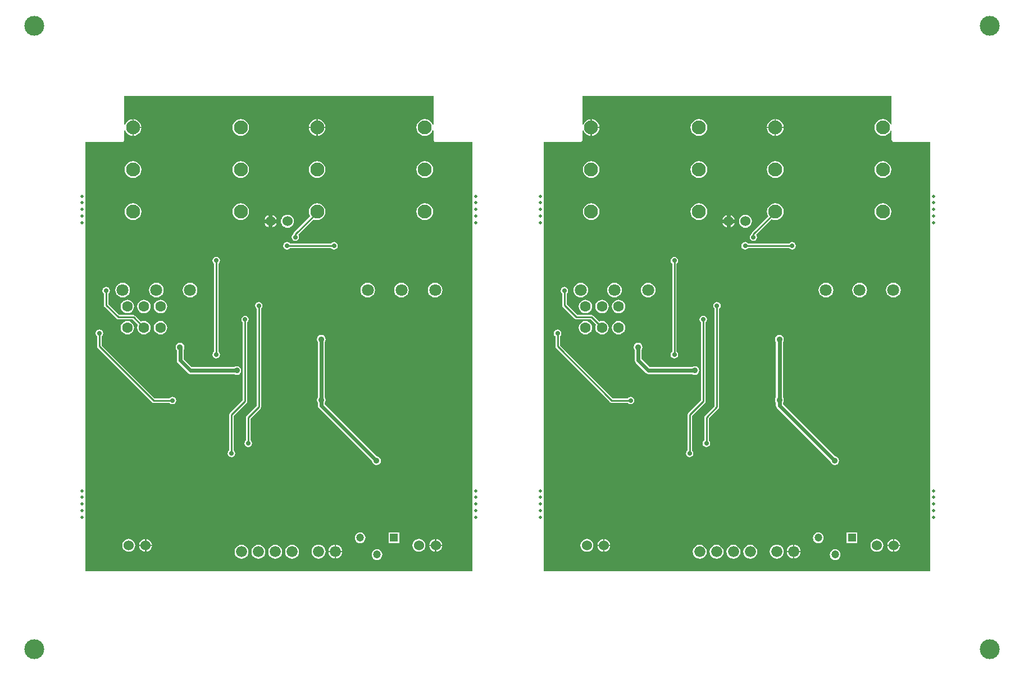
<source format=gbl>
G04*
G04 #@! TF.GenerationSoftware,Altium Limited,Altium Designer,19.1.6 (110)*
G04*
G04 Layer_Physical_Order=2*
G04 Layer_Color=16711680*
%FSLAX25Y25*%
%MOIN*%
G70*
G01*
G75*
%ADD10C,0.11811*%
%ADD31C,0.01000*%
%ADD32C,0.02400*%
%ADD33C,0.01968*%
%ADD34C,0.06000*%
%ADD35C,0.06600*%
%ADD36R,0.04724X0.04724*%
%ADD37C,0.04724*%
%ADD38C,0.07087*%
%ADD39C,0.06299*%
%ADD40C,0.08268*%
%ADD41C,0.02756*%
%ADD42C,0.03500*%
G36*
X520504Y323439D02*
X520004Y323339D01*
X519687Y324104D01*
X518896Y325135D01*
X517866Y325925D01*
X516666Y326423D01*
X515378Y326592D01*
X514089Y326423D01*
X512889Y325925D01*
X511859Y325135D01*
X511068Y324104D01*
X510570Y322904D01*
X510401Y321616D01*
X510570Y320328D01*
X511068Y319127D01*
X511859Y318097D01*
X512889Y317306D01*
X514089Y316809D01*
X515378Y316639D01*
X516666Y316809D01*
X517866Y317306D01*
X518896Y318097D01*
X519687Y319127D01*
X520004Y319892D01*
X520504Y319793D01*
Y314516D01*
X520621Y313931D01*
X520952Y313434D01*
X521448Y313103D01*
X522034Y312986D01*
X543539D01*
X543539Y58061D01*
X314098D01*
X314098Y312986D01*
X335598D01*
X336184Y313103D01*
X336680Y313434D01*
X337011Y313931D01*
X337128Y314516D01*
Y319807D01*
X337628Y319907D01*
X337951Y319127D01*
X338741Y318097D01*
X339772Y317306D01*
X340972Y316809D01*
X341861Y316692D01*
Y321616D01*
Y326540D01*
X340972Y326423D01*
X339772Y325925D01*
X338741Y325135D01*
X337951Y324104D01*
X337628Y323325D01*
X337128Y323424D01*
Y340486D01*
X520504D01*
Y323439D01*
D02*
G37*
G36*
X248634D02*
X248134Y323339D01*
X247817Y324104D01*
X247026Y325135D01*
X245996Y325925D01*
X244795Y326423D01*
X243507Y326592D01*
X242219Y326423D01*
X241019Y325925D01*
X239988Y325135D01*
X239198Y324104D01*
X238700Y322904D01*
X238531Y321616D01*
X238700Y320328D01*
X239198Y319127D01*
X239988Y318097D01*
X241019Y317306D01*
X242219Y316809D01*
X243507Y316639D01*
X244795Y316809D01*
X245996Y317306D01*
X247026Y318097D01*
X247817Y319127D01*
X248134Y319892D01*
X248634Y319793D01*
Y314516D01*
X248750Y313931D01*
X249082Y313434D01*
X249578Y313103D01*
X250164Y312986D01*
X271669D01*
X271669Y58061D01*
X42228D01*
X42228Y312986D01*
X63728D01*
X64314Y313103D01*
X64810Y313434D01*
X65141Y313931D01*
X65258Y314516D01*
Y319807D01*
X65758Y319907D01*
X66081Y319127D01*
X66871Y318097D01*
X67902Y317306D01*
X69102Y316809D01*
X69990Y316692D01*
Y321616D01*
Y326540D01*
X69102Y326423D01*
X67902Y325925D01*
X66871Y325135D01*
X66081Y324104D01*
X65758Y323325D01*
X65258Y323424D01*
Y340486D01*
X248634D01*
Y323439D01*
D02*
G37*
%LPC*%
G36*
X451880Y326540D02*
Y322016D01*
X456403D01*
X456286Y322904D01*
X455789Y324104D01*
X454998Y325135D01*
X453968Y325925D01*
X452768Y326423D01*
X451880Y326540D01*
D02*
G37*
G36*
X342660D02*
Y322016D01*
X347184D01*
X347067Y322904D01*
X346570Y324104D01*
X345779Y325135D01*
X344749Y325925D01*
X343548Y326423D01*
X342660Y326540D01*
D02*
G37*
G36*
X451080D02*
X450191Y326423D01*
X448991Y325925D01*
X447961Y325135D01*
X447170Y324104D01*
X446672Y322904D01*
X446556Y322016D01*
X451080D01*
Y326540D01*
D02*
G37*
G36*
X456403Y321216D02*
X451880D01*
Y316692D01*
X452768Y316809D01*
X453968Y317306D01*
X454998Y318097D01*
X455789Y319127D01*
X456286Y320328D01*
X456403Y321216D01*
D02*
G37*
G36*
X347184D02*
X342660D01*
Y316692D01*
X343548Y316809D01*
X344749Y317306D01*
X345779Y318097D01*
X346570Y319127D01*
X347067Y320328D01*
X347184Y321216D01*
D02*
G37*
G36*
X451080D02*
X446556D01*
X446672Y320328D01*
X447170Y319127D01*
X447961Y318097D01*
X448991Y317306D01*
X450191Y316809D01*
X451080Y316692D01*
Y321216D01*
D02*
G37*
G36*
X406158Y326592D02*
X404871Y326423D01*
X403670Y325925D01*
X402639Y325135D01*
X401849Y324104D01*
X401351Y322904D01*
X401182Y321616D01*
X401351Y320328D01*
X401849Y319127D01*
X402639Y318097D01*
X403670Y317306D01*
X404871Y316809D01*
X406158Y316639D01*
X407446Y316809D01*
X408647Y317306D01*
X409678Y318097D01*
X410468Y319127D01*
X410965Y320328D01*
X411135Y321616D01*
X410965Y322904D01*
X410468Y324104D01*
X409678Y325135D01*
X408647Y325925D01*
X407446Y326423D01*
X406158Y326592D01*
D02*
G37*
G36*
X515378Y301592D02*
X514089Y301423D01*
X512889Y300925D01*
X511859Y300135D01*
X511068Y299104D01*
X510570Y297904D01*
X510401Y296616D01*
X510570Y295328D01*
X511068Y294127D01*
X511859Y293097D01*
X512889Y292306D01*
X514089Y291809D01*
X515378Y291639D01*
X516666Y291809D01*
X517866Y292306D01*
X518896Y293097D01*
X519687Y294127D01*
X520185Y295328D01*
X520354Y296616D01*
X520185Y297904D01*
X519687Y299104D01*
X518896Y300135D01*
X517866Y300925D01*
X516666Y301423D01*
X515378Y301592D01*
D02*
G37*
G36*
X451479D02*
X450191Y301423D01*
X448991Y300925D01*
X447961Y300135D01*
X447170Y299104D01*
X446672Y297904D01*
X446503Y296616D01*
X446672Y295328D01*
X447170Y294127D01*
X447961Y293097D01*
X448991Y292306D01*
X450191Y291809D01*
X451479Y291639D01*
X452768Y291809D01*
X453968Y292306D01*
X454998Y293097D01*
X455789Y294127D01*
X456286Y295328D01*
X456456Y296616D01*
X456286Y297904D01*
X455789Y299104D01*
X454998Y300135D01*
X453968Y300925D01*
X452768Y301423D01*
X451479Y301592D01*
D02*
G37*
G36*
X406158D02*
X404871Y301423D01*
X403670Y300925D01*
X402639Y300135D01*
X401849Y299104D01*
X401351Y297904D01*
X401182Y296616D01*
X401351Y295328D01*
X401849Y294127D01*
X402639Y293097D01*
X403670Y292306D01*
X404871Y291809D01*
X406158Y291639D01*
X407446Y291809D01*
X408647Y292306D01*
X409678Y293097D01*
X410468Y294127D01*
X410965Y295328D01*
X411135Y296616D01*
X410965Y297904D01*
X410468Y299104D01*
X409678Y300135D01*
X408647Y300925D01*
X407446Y301423D01*
X406158Y301592D01*
D02*
G37*
G36*
X342261D02*
X340972Y301423D01*
X339772Y300925D01*
X338741Y300135D01*
X337951Y299104D01*
X337454Y297904D01*
X337284Y296616D01*
X337454Y295328D01*
X337951Y294127D01*
X338741Y293097D01*
X339772Y292306D01*
X340972Y291809D01*
X342261Y291639D01*
X343548Y291809D01*
X344749Y292306D01*
X345779Y293097D01*
X346570Y294127D01*
X347067Y295328D01*
X347237Y296616D01*
X347067Y297904D01*
X346570Y299104D01*
X345779Y300135D01*
X344749Y300925D01*
X343548Y301423D01*
X342261Y301592D01*
D02*
G37*
G36*
X425028Y269498D02*
Y267082D01*
X427444D01*
X427147Y267798D01*
X426538Y268592D01*
X425744Y269201D01*
X425028Y269498D01*
D02*
G37*
G36*
X422628Y269498D02*
X421912Y269201D01*
X421118Y268592D01*
X420509Y267798D01*
X420212Y267082D01*
X422628D01*
Y269498D01*
D02*
G37*
G36*
X515378Y276592D02*
X514089Y276423D01*
X512889Y275925D01*
X511859Y275135D01*
X511068Y274104D01*
X510570Y272904D01*
X510401Y271616D01*
X510570Y270328D01*
X511068Y269127D01*
X511859Y268097D01*
X512889Y267306D01*
X514089Y266809D01*
X515378Y266639D01*
X516666Y266809D01*
X517866Y267306D01*
X518896Y268097D01*
X519687Y269127D01*
X520185Y270328D01*
X520354Y271616D01*
X520185Y272904D01*
X519687Y274104D01*
X518896Y275135D01*
X517866Y275925D01*
X516666Y276423D01*
X515378Y276592D01*
D02*
G37*
G36*
X451479D02*
X450191Y276423D01*
X448991Y275925D01*
X447961Y275135D01*
X447170Y274104D01*
X446672Y272904D01*
X446503Y271616D01*
X446672Y270328D01*
X447170Y269127D01*
X447352Y268891D01*
X437603Y259142D01*
X437316Y258712D01*
X437215Y258205D01*
X436970Y258041D01*
X436489Y257321D01*
X436320Y256471D01*
X436489Y255621D01*
X436970Y254901D01*
X437690Y254419D01*
X438540Y254250D01*
X439390Y254419D01*
X440110Y254901D01*
X440592Y255621D01*
X440761Y256471D01*
X440592Y257321D01*
X440167Y257957D01*
X449362Y267152D01*
X450191Y266809D01*
X451479Y266639D01*
X452768Y266809D01*
X453968Y267306D01*
X454998Y268097D01*
X455789Y269127D01*
X456286Y270328D01*
X456456Y271616D01*
X456286Y272904D01*
X455789Y274104D01*
X454998Y275135D01*
X453968Y275925D01*
X452768Y276423D01*
X451479Y276592D01*
D02*
G37*
G36*
X406158D02*
X404871Y276423D01*
X403670Y275925D01*
X402639Y275135D01*
X401849Y274104D01*
X401351Y272904D01*
X401182Y271616D01*
X401351Y270328D01*
X401849Y269127D01*
X402639Y268097D01*
X403670Y267306D01*
X404871Y266809D01*
X406158Y266639D01*
X407446Y266809D01*
X408647Y267306D01*
X409678Y268097D01*
X410468Y269127D01*
X410965Y270328D01*
X411135Y271616D01*
X410965Y272904D01*
X410468Y274104D01*
X409678Y275135D01*
X408647Y275925D01*
X407446Y276423D01*
X406158Y276592D01*
D02*
G37*
G36*
X342261D02*
X340972Y276423D01*
X339772Y275925D01*
X338741Y275135D01*
X337951Y274104D01*
X337454Y272904D01*
X337284Y271616D01*
X337454Y270328D01*
X337951Y269127D01*
X338741Y268097D01*
X339772Y267306D01*
X340972Y266809D01*
X342261Y266639D01*
X343548Y266809D01*
X344749Y267306D01*
X345779Y268097D01*
X346570Y269127D01*
X347067Y270328D01*
X347237Y271616D01*
X347067Y272904D01*
X346570Y274104D01*
X345779Y275135D01*
X344749Y275925D01*
X343548Y276423D01*
X342261Y276592D01*
D02*
G37*
G36*
X422628Y264682D02*
X420212D01*
X420509Y263966D01*
X421118Y263172D01*
X421912Y262563D01*
X422628Y262266D01*
Y264682D01*
D02*
G37*
G36*
X427444D02*
X425028D01*
Y262266D01*
X425744Y262563D01*
X426538Y263172D01*
X427147Y263966D01*
X427444Y264682D01*
D02*
G37*
G36*
X433828Y269715D02*
X432836Y269584D01*
X431912Y269201D01*
X431118Y268592D01*
X430509Y267798D01*
X430126Y266874D01*
X429995Y265882D01*
X430126Y264890D01*
X430509Y263966D01*
X431118Y263172D01*
X431912Y262563D01*
X432836Y262180D01*
X433828Y262049D01*
X434820Y262180D01*
X435744Y262563D01*
X436538Y263172D01*
X437148Y263966D01*
X437530Y264890D01*
X437661Y265882D01*
X437530Y266874D01*
X437148Y267798D01*
X436538Y268592D01*
X435744Y269201D01*
X434820Y269584D01*
X433828Y269715D01*
D02*
G37*
G36*
X461546Y253536D02*
X460697Y253367D01*
X459976Y252885D01*
X459845Y252690D01*
X435332D01*
X435202Y252885D01*
X434481Y253367D01*
X433632Y253536D01*
X432782Y253367D01*
X432061Y252885D01*
X431580Y252165D01*
X431411Y251315D01*
X431580Y250465D01*
X432061Y249745D01*
X432782Y249263D01*
X433632Y249094D01*
X434481Y249263D01*
X435202Y249745D01*
X435398Y250039D01*
X459780D01*
X459976Y249745D01*
X460697Y249263D01*
X461546Y249094D01*
X462396Y249263D01*
X463117Y249745D01*
X463598Y250465D01*
X463767Y251315D01*
X463598Y252165D01*
X463117Y252885D01*
X462396Y253367D01*
X461546Y253536D01*
D02*
G37*
G36*
X521568Y229397D02*
X520435Y229247D01*
X519378Y228810D01*
X518471Y228114D01*
X517774Y227206D01*
X517337Y226150D01*
X517188Y225016D01*
X517337Y223882D01*
X517774Y222825D01*
X518471Y221918D01*
X519378Y221222D01*
X520435Y220784D01*
X521568Y220635D01*
X522702Y220784D01*
X523759Y221222D01*
X524666Y221918D01*
X525363Y222825D01*
X525800Y223882D01*
X525949Y225016D01*
X525800Y226150D01*
X525363Y227206D01*
X524666Y228114D01*
X523759Y228810D01*
X522702Y229247D01*
X521568Y229397D01*
D02*
G37*
G36*
X501569D02*
X500435Y229247D01*
X499378Y228810D01*
X498471Y228114D01*
X497775Y227206D01*
X497337Y226150D01*
X497188Y225016D01*
X497337Y223882D01*
X497775Y222825D01*
X498471Y221918D01*
X499378Y221222D01*
X500435Y220784D01*
X501569Y220635D01*
X502702Y220784D01*
X503759Y221222D01*
X504666Y221918D01*
X505363Y222825D01*
X505800Y223882D01*
X505949Y225016D01*
X505800Y226150D01*
X505363Y227206D01*
X504666Y228114D01*
X503759Y228810D01*
X502702Y229247D01*
X501569Y229397D01*
D02*
G37*
G36*
X481568D02*
X480435Y229247D01*
X479378Y228810D01*
X478471Y228114D01*
X477774Y227206D01*
X477337Y226150D01*
X477187Y225016D01*
X477337Y223882D01*
X477774Y222825D01*
X478471Y221918D01*
X479378Y221222D01*
X480435Y220784D01*
X481568Y220635D01*
X482702Y220784D01*
X483759Y221222D01*
X484666Y221918D01*
X485363Y222825D01*
X485800Y223882D01*
X485950Y225016D01*
X485800Y226150D01*
X485363Y227206D01*
X484666Y228114D01*
X483759Y228810D01*
X482702Y229247D01*
X481568Y229397D01*
D02*
G37*
G36*
X376068D02*
X374935Y229247D01*
X373878Y228810D01*
X372971Y228114D01*
X372274Y227206D01*
X371837Y226150D01*
X371688Y225016D01*
X371837Y223882D01*
X372274Y222825D01*
X372971Y221918D01*
X373878Y221222D01*
X374935Y220784D01*
X376068Y220635D01*
X377202Y220784D01*
X378259Y221222D01*
X379166Y221918D01*
X379863Y222825D01*
X380300Y223882D01*
X380450Y225016D01*
X380300Y226150D01*
X379863Y227206D01*
X379166Y228114D01*
X378259Y228810D01*
X377202Y229247D01*
X376068Y229397D01*
D02*
G37*
G36*
X356068D02*
X354935Y229247D01*
X353878Y228810D01*
X352971Y228114D01*
X352274Y227206D01*
X351837Y226150D01*
X351688Y225016D01*
X351837Y223882D01*
X352274Y222825D01*
X352971Y221918D01*
X353878Y221222D01*
X354935Y220784D01*
X356068Y220635D01*
X357202Y220784D01*
X358259Y221222D01*
X359166Y221918D01*
X359863Y222825D01*
X360300Y223882D01*
X360450Y225016D01*
X360300Y226150D01*
X359863Y227206D01*
X359166Y228114D01*
X358259Y228810D01*
X357202Y229247D01*
X356068Y229397D01*
D02*
G37*
G36*
X336069D02*
X334935Y229247D01*
X333878Y228810D01*
X332971Y228114D01*
X332275Y227206D01*
X331837Y226150D01*
X331687Y225016D01*
X331837Y223882D01*
X332275Y222825D01*
X332971Y221918D01*
X333878Y221222D01*
X334935Y220784D01*
X336069Y220635D01*
X337202Y220784D01*
X338259Y221222D01*
X339166Y221918D01*
X339863Y222825D01*
X340300Y223882D01*
X340450Y225016D01*
X340300Y226150D01*
X339863Y227206D01*
X339166Y228114D01*
X338259Y228810D01*
X337202Y229247D01*
X336069Y229397D01*
D02*
G37*
G36*
X358533Y219275D02*
X357502Y219139D01*
X356541Y218741D01*
X355716Y218108D01*
X355083Y217283D01*
X354685Y216322D01*
X354550Y215291D01*
X354685Y214260D01*
X355083Y213300D01*
X355716Y212474D01*
X356541Y211842D01*
X357502Y211443D01*
X358533Y211308D01*
X359564Y211443D01*
X360525Y211842D01*
X361350Y212474D01*
X361983Y213300D01*
X362381Y214260D01*
X362517Y215291D01*
X362381Y216322D01*
X361983Y217283D01*
X361350Y218108D01*
X360525Y218741D01*
X359564Y219139D01*
X358533Y219275D01*
D02*
G37*
G36*
X348691D02*
X347660Y219139D01*
X346699Y218741D01*
X345874Y218108D01*
X345241Y217283D01*
X344843Y216322D01*
X344707Y215291D01*
X344843Y214260D01*
X345241Y213300D01*
X345874Y212474D01*
X346699Y211842D01*
X347660Y211443D01*
X348691Y211308D01*
X349722Y211443D01*
X350682Y211842D01*
X351507Y212474D01*
X352140Y213300D01*
X352538Y214260D01*
X352674Y215291D01*
X352538Y216322D01*
X352140Y217283D01*
X351507Y218108D01*
X350682Y218741D01*
X349722Y219139D01*
X348691Y219275D01*
D02*
G37*
G36*
X338848D02*
X337817Y219139D01*
X336856Y218741D01*
X336031Y218108D01*
X335398Y217283D01*
X335000Y216322D01*
X334864Y215291D01*
X335000Y214260D01*
X335398Y213300D01*
X336031Y212474D01*
X336856Y211842D01*
X337817Y211443D01*
X338848Y211308D01*
X339879Y211443D01*
X340840Y211842D01*
X341665Y212474D01*
X342298Y213300D01*
X342696Y214260D01*
X342832Y215291D01*
X342696Y216322D01*
X342298Y217283D01*
X341665Y218108D01*
X340840Y218741D01*
X339879Y219139D01*
X338848Y219275D01*
D02*
G37*
G36*
X358533Y206677D02*
X357502Y206541D01*
X356541Y206143D01*
X355716Y205510D01*
X355083Y204685D01*
X354685Y203724D01*
X354550Y202693D01*
X354685Y201662D01*
X355083Y200701D01*
X355716Y199876D01*
X356541Y199243D01*
X357502Y198845D01*
X358533Y198709D01*
X359564Y198845D01*
X360525Y199243D01*
X361350Y199876D01*
X361983Y200701D01*
X362381Y201662D01*
X362517Y202693D01*
X362381Y203724D01*
X361983Y204685D01*
X361350Y205510D01*
X360525Y206143D01*
X359564Y206541D01*
X358533Y206677D01*
D02*
G37*
G36*
X326348Y226862D02*
X325498Y226693D01*
X324778Y226212D01*
X324296Y225491D01*
X324127Y224642D01*
X324296Y223792D01*
X324778Y223072D01*
X325022Y222908D01*
Y216018D01*
X325123Y215511D01*
X325411Y215081D01*
X332535Y207957D01*
X332965Y207669D01*
X333472Y207568D01*
X341941D01*
X345119Y204390D01*
X344843Y203724D01*
X344707Y202693D01*
X344843Y201662D01*
X345241Y200701D01*
X345874Y199876D01*
X346699Y199243D01*
X347660Y198845D01*
X348691Y198709D01*
X349722Y198845D01*
X350682Y199243D01*
X351507Y199876D01*
X352140Y200701D01*
X352538Y201662D01*
X352674Y202693D01*
X352538Y203724D01*
X352140Y204685D01*
X351507Y205510D01*
X350682Y206143D01*
X349722Y206541D01*
X348691Y206677D01*
X347660Y206541D01*
X346993Y206265D01*
X343427Y209831D01*
X342997Y210118D01*
X342490Y210219D01*
X334021D01*
X327673Y216567D01*
Y222908D01*
X327918Y223072D01*
X328399Y223792D01*
X328569Y224642D01*
X328399Y225491D01*
X327918Y226212D01*
X327198Y226693D01*
X326348Y226862D01*
D02*
G37*
G36*
X338848Y206677D02*
X337817Y206541D01*
X336856Y206143D01*
X336031Y205510D01*
X335398Y204685D01*
X335000Y203724D01*
X334864Y202693D01*
X335000Y201662D01*
X335398Y200701D01*
X336031Y199876D01*
X336856Y199243D01*
X337817Y198845D01*
X338848Y198709D01*
X339879Y198845D01*
X340840Y199243D01*
X341665Y199876D01*
X342298Y200701D01*
X342696Y201662D01*
X342832Y202693D01*
X342696Y203724D01*
X342298Y204685D01*
X341665Y205510D01*
X340840Y206143D01*
X339879Y206541D01*
X338848Y206677D01*
D02*
G37*
G36*
X391604Y244776D02*
X390754Y244607D01*
X390034Y244125D01*
X389552Y243405D01*
X389383Y242555D01*
X389552Y241705D01*
X390034Y240985D01*
X390278Y240821D01*
Y188383D01*
X390034Y188220D01*
X389552Y187499D01*
X389383Y186650D01*
X389552Y185800D01*
X390034Y185079D01*
X390754Y184598D01*
X391604Y184429D01*
X392454Y184598D01*
X393174Y185079D01*
X393655Y185800D01*
X393824Y186650D01*
X393655Y187499D01*
X393174Y188220D01*
X392929Y188383D01*
Y240821D01*
X393174Y240985D01*
X393655Y241705D01*
X393824Y242555D01*
X393655Y243405D01*
X393174Y244125D01*
X392454Y244607D01*
X391604Y244776D01*
D02*
G37*
G36*
X370104Y193777D02*
X369109Y193579D01*
X368265Y193016D01*
X367702Y192172D01*
X367504Y191177D01*
X367702Y190182D01*
X368163Y189492D01*
Y183248D01*
X368318Y182468D01*
X368760Y181806D01*
X374808Y175759D01*
X375469Y175317D01*
X376250Y175162D01*
X402318D01*
X402861Y174799D01*
X403856Y174601D01*
X404851Y174799D01*
X405694Y175362D01*
X406258Y176206D01*
X406456Y177201D01*
X406258Y178196D01*
X405694Y179039D01*
X404851Y179603D01*
X403856Y179801D01*
X402861Y179603D01*
X402318Y179240D01*
X377094D01*
X372241Y184093D01*
Y189787D01*
X372506Y190182D01*
X372704Y191177D01*
X372506Y192172D01*
X371942Y193016D01*
X371099Y193579D01*
X370104Y193777D01*
D02*
G37*
G36*
X322312Y201567D02*
X321463Y201398D01*
X320742Y200917D01*
X320261Y200196D01*
X320092Y199346D01*
X320261Y198497D01*
X320742Y197776D01*
X320987Y197613D01*
Y191629D01*
X321088Y191121D01*
X321375Y190691D01*
X353590Y158476D01*
X354020Y158189D01*
X354528Y158088D01*
X363953D01*
X364117Y157843D01*
X364837Y157362D01*
X365687Y157193D01*
X366537Y157362D01*
X367257Y157843D01*
X367739Y158564D01*
X367908Y159413D01*
X367739Y160263D01*
X367257Y160984D01*
X366537Y161465D01*
X365687Y161634D01*
X364837Y161465D01*
X364117Y160984D01*
X363953Y160739D01*
X355077D01*
X323638Y192178D01*
Y197613D01*
X323883Y197776D01*
X324364Y198497D01*
X324533Y199346D01*
X324364Y200196D01*
X323883Y200917D01*
X323162Y201398D01*
X322312Y201567D01*
D02*
G37*
G36*
X416899Y218004D02*
X416049Y217835D01*
X415329Y217354D01*
X414847Y216633D01*
X414678Y215784D01*
X414847Y214934D01*
X415329Y214213D01*
X415574Y214050D01*
Y156114D01*
X409701Y150241D01*
X409413Y149811D01*
X409312Y149304D01*
Y135726D01*
X409068Y135562D01*
X408586Y134842D01*
X408417Y133992D01*
X408586Y133142D01*
X409068Y132422D01*
X409788Y131941D01*
X410638Y131772D01*
X411488Y131941D01*
X412208Y132422D01*
X412689Y133142D01*
X412858Y133992D01*
X412689Y134842D01*
X412208Y135562D01*
X411963Y135726D01*
Y148755D01*
X417836Y154628D01*
X418124Y155058D01*
X418224Y155565D01*
Y214050D01*
X418469Y214213D01*
X418951Y214934D01*
X419120Y215784D01*
X418951Y216633D01*
X418469Y217354D01*
X417749Y217835D01*
X416899Y218004D01*
D02*
G37*
G36*
X408730Y209835D02*
X407880Y209666D01*
X407160Y209184D01*
X406678Y208464D01*
X406509Y207614D01*
X406678Y206764D01*
X407160Y206044D01*
X407404Y205880D01*
Y159529D01*
X399722Y151846D01*
X399434Y151416D01*
X399333Y150909D01*
Y129722D01*
X399089Y129558D01*
X398607Y128838D01*
X398438Y127988D01*
X398607Y127138D01*
X399089Y126418D01*
X399809Y125937D01*
X400659Y125768D01*
X401509Y125937D01*
X402229Y126418D01*
X402710Y127138D01*
X402879Y127988D01*
X402710Y128838D01*
X402229Y129558D01*
X401984Y129722D01*
Y150360D01*
X409667Y158042D01*
X409954Y158472D01*
X410055Y158979D01*
Y205880D01*
X410300Y206044D01*
X410781Y206764D01*
X410950Y207614D01*
X410781Y208464D01*
X410300Y209184D01*
X409580Y209666D01*
X408730Y209835D01*
D02*
G37*
G36*
X453968Y198403D02*
X452973Y198205D01*
X452129Y197642D01*
X451566Y196798D01*
X451368Y195803D01*
X451566Y194808D01*
X451929Y194265D01*
Y161219D01*
X451566Y160676D01*
X451368Y159681D01*
X451566Y158686D01*
X451929Y158143D01*
Y156359D01*
X452084Y155578D01*
X452526Y154917D01*
X484279Y123164D01*
X484379Y122662D01*
X484942Y121819D01*
X485786Y121255D01*
X486781Y121057D01*
X487776Y121255D01*
X488619Y121819D01*
X489183Y122662D01*
X489381Y123658D01*
X489183Y124652D01*
X488619Y125496D01*
X487776Y126059D01*
X486996Y126215D01*
X456007Y157203D01*
Y158143D01*
X456370Y158686D01*
X456568Y159681D01*
X456370Y160676D01*
X456007Y161219D01*
Y194265D01*
X456370Y194808D01*
X456568Y195803D01*
X456370Y196798D01*
X455806Y197642D01*
X454963Y198205D01*
X453968Y198403D01*
D02*
G37*
G36*
X500179Y81052D02*
X493855D01*
Y74728D01*
X500179D01*
Y81052D01*
D02*
G37*
G36*
X477017Y81079D02*
X476192Y80970D01*
X475423Y80652D01*
X474762Y80145D01*
X474255Y79484D01*
X473937Y78715D01*
X473828Y77890D01*
X473937Y77064D01*
X474255Y76295D01*
X474762Y75635D01*
X475423Y75128D01*
X476192Y74809D01*
X477017Y74700D01*
X477843Y74809D01*
X478612Y75128D01*
X479273Y75635D01*
X479779Y76295D01*
X480098Y77064D01*
X480207Y77890D01*
X480098Y78715D01*
X479779Y79484D01*
X479273Y80145D01*
X478612Y80652D01*
X477843Y80970D01*
X477017Y81079D01*
D02*
G37*
G36*
X350161Y77142D02*
Y73762D01*
X353541D01*
X353463Y74354D01*
X353080Y75279D01*
X352471Y76072D01*
X351677Y76682D01*
X350753Y77064D01*
X350161Y77142D01*
D02*
G37*
G36*
X349361D02*
X348769Y77064D01*
X347844Y76682D01*
X347050Y76072D01*
X346441Y75279D01*
X346059Y74354D01*
X345981Y73762D01*
X349361D01*
Y77142D01*
D02*
G37*
G36*
X522247Y77142D02*
Y73762D01*
X525627D01*
X525549Y74354D01*
X525166Y75279D01*
X524557Y76072D01*
X523764Y76682D01*
X522839Y77064D01*
X522247Y77142D01*
D02*
G37*
G36*
X521447D02*
X520855Y77064D01*
X519931Y76682D01*
X519137Y76072D01*
X518528Y75279D01*
X518145Y74354D01*
X518067Y73762D01*
X521447D01*
Y77142D01*
D02*
G37*
G36*
X462753Y73705D02*
Y70022D01*
X466436D01*
X466348Y70692D01*
X465935Y71690D01*
X465278Y72546D01*
X464421Y73203D01*
X463424Y73616D01*
X462753Y73705D01*
D02*
G37*
G36*
X461953D02*
X461283Y73616D01*
X460286Y73203D01*
X459429Y72546D01*
X458772Y71690D01*
X458359Y70692D01*
X458271Y70022D01*
X461953D01*
Y73705D01*
D02*
G37*
G36*
X353541Y72962D02*
X350161D01*
Y69582D01*
X350753Y69660D01*
X351677Y70043D01*
X352471Y70652D01*
X353080Y71446D01*
X353463Y72370D01*
X353541Y72962D01*
D02*
G37*
G36*
X349361D02*
X345981D01*
X346059Y72370D01*
X346441Y71446D01*
X347050Y70652D01*
X347844Y70043D01*
X348769Y69660D01*
X349361Y69582D01*
Y72962D01*
D02*
G37*
G36*
X525627Y72962D02*
X522247D01*
Y69582D01*
X522839Y69660D01*
X523764Y70043D01*
X524557Y70652D01*
X525166Y71446D01*
X525549Y72370D01*
X525627Y72962D01*
D02*
G37*
G36*
X521447D02*
X518067D01*
X518145Y72370D01*
X518528Y71446D01*
X519137Y70652D01*
X519931Y70043D01*
X520855Y69660D01*
X521447Y69582D01*
Y72962D01*
D02*
G37*
G36*
X339761Y77195D02*
X338769Y77064D01*
X337844Y76682D01*
X337051Y76072D01*
X336441Y75279D01*
X336058Y74354D01*
X335928Y73362D01*
X336058Y72370D01*
X336441Y71446D01*
X337051Y70652D01*
X337844Y70043D01*
X338769Y69660D01*
X339761Y69529D01*
X340753Y69660D01*
X341677Y70043D01*
X342471Y70652D01*
X343080Y71446D01*
X343463Y72370D01*
X343594Y73362D01*
X343463Y74354D01*
X343080Y75279D01*
X342471Y76072D01*
X341677Y76682D01*
X340753Y77064D01*
X339761Y77195D01*
D02*
G37*
G36*
X511847Y77195D02*
X510855Y77064D01*
X509931Y76682D01*
X509137Y76072D01*
X508528Y75279D01*
X508145Y74354D01*
X508014Y73362D01*
X508145Y72370D01*
X508528Y71446D01*
X509137Y70652D01*
X509931Y70043D01*
X510855Y69660D01*
X511847Y69529D01*
X512839Y69660D01*
X513764Y70043D01*
X514557Y70652D01*
X515166Y71446D01*
X515549Y72370D01*
X515680Y73362D01*
X515549Y74354D01*
X515166Y75279D01*
X514557Y76072D01*
X513764Y76682D01*
X512839Y77064D01*
X511847Y77195D01*
D02*
G37*
G36*
X466436Y69222D02*
X462753D01*
Y65539D01*
X463424Y65628D01*
X464421Y66041D01*
X465278Y66698D01*
X465935Y67554D01*
X466348Y68552D01*
X466436Y69222D01*
D02*
G37*
G36*
X461953D02*
X458271D01*
X458359Y68552D01*
X458772Y67554D01*
X459429Y66698D01*
X460286Y66041D01*
X461283Y65628D01*
X461953Y65539D01*
Y69222D01*
D02*
G37*
G36*
X452353Y73757D02*
X451283Y73616D01*
X450286Y73203D01*
X449429Y72546D01*
X448772Y71690D01*
X448359Y70692D01*
X448218Y69622D01*
X448359Y68552D01*
X448772Y67554D01*
X449429Y66698D01*
X450286Y66041D01*
X451283Y65628D01*
X452353Y65487D01*
X453424Y65628D01*
X454421Y66041D01*
X455278Y66698D01*
X455935Y67554D01*
X456348Y68552D01*
X456489Y69622D01*
X456348Y70692D01*
X455935Y71690D01*
X455278Y72546D01*
X454421Y73203D01*
X453424Y73616D01*
X452353Y73757D01*
D02*
G37*
G36*
X436643Y73717D02*
X435573Y73576D01*
X434576Y73163D01*
X433719Y72506D01*
X433062Y71650D01*
X432649Y70652D01*
X432508Y69582D01*
X432649Y68512D01*
X433062Y67514D01*
X433719Y66658D01*
X434576Y66001D01*
X435573Y65588D01*
X436643Y65447D01*
X437714Y65588D01*
X438711Y66001D01*
X439568Y66658D01*
X440225Y67514D01*
X440638Y68512D01*
X440779Y69582D01*
X440638Y70652D01*
X440225Y71650D01*
X439568Y72506D01*
X438711Y73163D01*
X437714Y73576D01*
X436643Y73717D01*
D02*
G37*
G36*
X426643D02*
X425573Y73576D01*
X424576Y73163D01*
X423719Y72506D01*
X423062Y71650D01*
X422649Y70652D01*
X422508Y69582D01*
X422649Y68512D01*
X423062Y67514D01*
X423719Y66658D01*
X424576Y66001D01*
X425573Y65588D01*
X426643Y65447D01*
X427714Y65588D01*
X428711Y66001D01*
X429567Y66658D01*
X430225Y67514D01*
X430638Y68512D01*
X430779Y69582D01*
X430638Y70652D01*
X430225Y71650D01*
X429567Y72506D01*
X428711Y73163D01*
X427714Y73576D01*
X426643Y73717D01*
D02*
G37*
G36*
X416643D02*
X415573Y73576D01*
X414576Y73163D01*
X413719Y72506D01*
X413062Y71650D01*
X412649Y70652D01*
X412508Y69582D01*
X412649Y68512D01*
X413062Y67514D01*
X413719Y66658D01*
X414576Y66001D01*
X415573Y65588D01*
X416643Y65447D01*
X417714Y65588D01*
X418711Y66001D01*
X419567Y66658D01*
X420225Y67514D01*
X420638Y68512D01*
X420779Y69582D01*
X420638Y70652D01*
X420225Y71650D01*
X419567Y72506D01*
X418711Y73163D01*
X417714Y73576D01*
X416643Y73717D01*
D02*
G37*
G36*
X406643D02*
X405573Y73576D01*
X404576Y73163D01*
X403719Y72506D01*
X403062Y71650D01*
X402649Y70652D01*
X402508Y69582D01*
X402649Y68512D01*
X403062Y67514D01*
X403719Y66658D01*
X404576Y66001D01*
X405573Y65588D01*
X406643Y65447D01*
X407714Y65588D01*
X408711Y66001D01*
X409567Y66658D01*
X410225Y67514D01*
X410638Y68512D01*
X410779Y69582D01*
X410638Y70652D01*
X410225Y71650D01*
X409567Y72506D01*
X408711Y73163D01*
X407714Y73576D01*
X406643Y73717D01*
D02*
G37*
G36*
X487017Y71079D02*
X486192Y70970D01*
X485423Y70652D01*
X484762Y70145D01*
X484255Y69484D01*
X483937Y68715D01*
X483828Y67890D01*
X483937Y67064D01*
X484255Y66295D01*
X484762Y65635D01*
X485423Y65128D01*
X486192Y64809D01*
X487017Y64701D01*
X487843Y64809D01*
X488612Y65128D01*
X489273Y65635D01*
X489779Y66295D01*
X490098Y67064D01*
X490207Y67890D01*
X490098Y68715D01*
X489779Y69484D01*
X489273Y70145D01*
X488612Y70652D01*
X487843Y70970D01*
X487017Y71079D01*
D02*
G37*
G36*
X180009Y326540D02*
Y322016D01*
X184533D01*
X184416Y322904D01*
X183919Y324104D01*
X183128Y325135D01*
X182098Y325925D01*
X180897Y326423D01*
X180009Y326540D01*
D02*
G37*
G36*
X70790D02*
Y322016D01*
X75314D01*
X75197Y322904D01*
X74700Y324104D01*
X73909Y325135D01*
X72879Y325925D01*
X71678Y326423D01*
X70790Y326540D01*
D02*
G37*
G36*
X179209D02*
X178321Y326423D01*
X177121Y325925D01*
X176090Y325135D01*
X175300Y324104D01*
X174802Y322904D01*
X174686Y322016D01*
X179209D01*
Y326540D01*
D02*
G37*
G36*
X184533Y321216D02*
X180009D01*
Y316692D01*
X180897Y316809D01*
X182098Y317306D01*
X183128Y318097D01*
X183919Y319127D01*
X184416Y320328D01*
X184533Y321216D01*
D02*
G37*
G36*
X75314D02*
X70790D01*
Y316692D01*
X71678Y316809D01*
X72879Y317306D01*
X73909Y318097D01*
X74700Y319127D01*
X75197Y320328D01*
X75314Y321216D01*
D02*
G37*
G36*
X179209D02*
X174686D01*
X174802Y320328D01*
X175300Y319127D01*
X176090Y318097D01*
X177121Y317306D01*
X178321Y316809D01*
X179209Y316692D01*
Y321216D01*
D02*
G37*
G36*
X134288Y326592D02*
X133000Y326423D01*
X131800Y325925D01*
X130769Y325135D01*
X129979Y324104D01*
X129481Y322904D01*
X129312Y321616D01*
X129481Y320328D01*
X129979Y319127D01*
X130769Y318097D01*
X131800Y317306D01*
X133000Y316809D01*
X134288Y316639D01*
X135576Y316809D01*
X136777Y317306D01*
X137807Y318097D01*
X138598Y319127D01*
X139095Y320328D01*
X139265Y321616D01*
X139095Y322904D01*
X138598Y324104D01*
X137807Y325135D01*
X136777Y325925D01*
X135576Y326423D01*
X134288Y326592D01*
D02*
G37*
G36*
X243507Y301592D02*
X242219Y301423D01*
X241019Y300925D01*
X239988Y300135D01*
X239198Y299104D01*
X238700Y297904D01*
X238531Y296616D01*
X238700Y295328D01*
X239198Y294127D01*
X239988Y293097D01*
X241019Y292306D01*
X242219Y291809D01*
X243507Y291639D01*
X244795Y291809D01*
X245996Y292306D01*
X247026Y293097D01*
X247817Y294127D01*
X248314Y295328D01*
X248484Y296616D01*
X248314Y297904D01*
X247817Y299104D01*
X247026Y300135D01*
X245996Y300925D01*
X244795Y301423D01*
X243507Y301592D01*
D02*
G37*
G36*
X179609D02*
X178321Y301423D01*
X177121Y300925D01*
X176090Y300135D01*
X175300Y299104D01*
X174802Y297904D01*
X174633Y296616D01*
X174802Y295328D01*
X175300Y294127D01*
X176090Y293097D01*
X177121Y292306D01*
X178321Y291809D01*
X179609Y291639D01*
X180897Y291809D01*
X182098Y292306D01*
X183128Y293097D01*
X183919Y294127D01*
X184416Y295328D01*
X184586Y296616D01*
X184416Y297904D01*
X183919Y299104D01*
X183128Y300135D01*
X182098Y300925D01*
X180897Y301423D01*
X179609Y301592D01*
D02*
G37*
G36*
X134288D02*
X133000Y301423D01*
X131800Y300925D01*
X130769Y300135D01*
X129979Y299104D01*
X129481Y297904D01*
X129312Y296616D01*
X129481Y295328D01*
X129979Y294127D01*
X130769Y293097D01*
X131800Y292306D01*
X133000Y291809D01*
X134288Y291639D01*
X135576Y291809D01*
X136777Y292306D01*
X137807Y293097D01*
X138598Y294127D01*
X139095Y295328D01*
X139265Y296616D01*
X139095Y297904D01*
X138598Y299104D01*
X137807Y300135D01*
X136777Y300925D01*
X135576Y301423D01*
X134288Y301592D01*
D02*
G37*
G36*
X70390D02*
X69102Y301423D01*
X67902Y300925D01*
X66871Y300135D01*
X66081Y299104D01*
X65583Y297904D01*
X65414Y296616D01*
X65583Y295328D01*
X66081Y294127D01*
X66871Y293097D01*
X67902Y292306D01*
X69102Y291809D01*
X70390Y291639D01*
X71678Y291809D01*
X72879Y292306D01*
X73909Y293097D01*
X74700Y294127D01*
X75197Y295328D01*
X75367Y296616D01*
X75197Y297904D01*
X74700Y299104D01*
X73909Y300135D01*
X72879Y300925D01*
X71678Y301423D01*
X70390Y301592D01*
D02*
G37*
G36*
X153158Y269498D02*
Y267082D01*
X155574D01*
X155277Y267798D01*
X154668Y268592D01*
X153875Y269201D01*
X153158Y269498D01*
D02*
G37*
G36*
X150758Y269498D02*
X150042Y269201D01*
X149248Y268592D01*
X148639Y267798D01*
X148342Y267082D01*
X150758D01*
Y269498D01*
D02*
G37*
G36*
X243507Y276592D02*
X242219Y276423D01*
X241019Y275925D01*
X239988Y275135D01*
X239198Y274104D01*
X238700Y272904D01*
X238531Y271616D01*
X238700Y270328D01*
X239198Y269127D01*
X239988Y268097D01*
X241019Y267306D01*
X242219Y266809D01*
X243507Y266639D01*
X244795Y266809D01*
X245996Y267306D01*
X247026Y268097D01*
X247817Y269127D01*
X248314Y270328D01*
X248484Y271616D01*
X248314Y272904D01*
X247817Y274104D01*
X247026Y275135D01*
X245996Y275925D01*
X244795Y276423D01*
X243507Y276592D01*
D02*
G37*
G36*
X179609D02*
X178321Y276423D01*
X177121Y275925D01*
X176090Y275135D01*
X175300Y274104D01*
X174802Y272904D01*
X174633Y271616D01*
X174802Y270328D01*
X175300Y269127D01*
X175481Y268891D01*
X165733Y259142D01*
X165445Y258712D01*
X165345Y258205D01*
X165100Y258041D01*
X164619Y257321D01*
X164450Y256471D01*
X164619Y255621D01*
X165100Y254901D01*
X165820Y254419D01*
X166670Y254250D01*
X167520Y254419D01*
X168240Y254901D01*
X168722Y255621D01*
X168891Y256471D01*
X168722Y257321D01*
X168297Y257957D01*
X177492Y267152D01*
X178321Y266809D01*
X179609Y266639D01*
X180897Y266809D01*
X182098Y267306D01*
X183128Y268097D01*
X183919Y269127D01*
X184416Y270328D01*
X184586Y271616D01*
X184416Y272904D01*
X183919Y274104D01*
X183128Y275135D01*
X182098Y275925D01*
X180897Y276423D01*
X179609Y276592D01*
D02*
G37*
G36*
X134288D02*
X133000Y276423D01*
X131800Y275925D01*
X130769Y275135D01*
X129979Y274104D01*
X129481Y272904D01*
X129312Y271616D01*
X129481Y270328D01*
X129979Y269127D01*
X130769Y268097D01*
X131800Y267306D01*
X133000Y266809D01*
X134288Y266639D01*
X135576Y266809D01*
X136777Y267306D01*
X137807Y268097D01*
X138598Y269127D01*
X139095Y270328D01*
X139265Y271616D01*
X139095Y272904D01*
X138598Y274104D01*
X137807Y275135D01*
X136777Y275925D01*
X135576Y276423D01*
X134288Y276592D01*
D02*
G37*
G36*
X70390D02*
X69102Y276423D01*
X67902Y275925D01*
X66871Y275135D01*
X66081Y274104D01*
X65583Y272904D01*
X65414Y271616D01*
X65583Y270328D01*
X66081Y269127D01*
X66871Y268097D01*
X67902Y267306D01*
X69102Y266809D01*
X70390Y266639D01*
X71678Y266809D01*
X72879Y267306D01*
X73909Y268097D01*
X74700Y269127D01*
X75197Y270328D01*
X75367Y271616D01*
X75197Y272904D01*
X74700Y274104D01*
X73909Y275135D01*
X72879Y275925D01*
X71678Y276423D01*
X70390Y276592D01*
D02*
G37*
G36*
X150758Y264682D02*
X148342D01*
X148639Y263966D01*
X149248Y263172D01*
X150042Y262563D01*
X150758Y262266D01*
Y264682D01*
D02*
G37*
G36*
X155574D02*
X153158D01*
Y262266D01*
X153875Y262563D01*
X154668Y263172D01*
X155277Y263966D01*
X155574Y264682D01*
D02*
G37*
G36*
X161958Y269715D02*
X160966Y269584D01*
X160042Y269201D01*
X159248Y268592D01*
X158639Y267798D01*
X158256Y266874D01*
X158125Y265882D01*
X158256Y264890D01*
X158639Y263966D01*
X159248Y263172D01*
X160042Y262563D01*
X160966Y262180D01*
X161958Y262049D01*
X162950Y262180D01*
X163874Y262563D01*
X164668Y263172D01*
X165277Y263966D01*
X165660Y264890D01*
X165791Y265882D01*
X165660Y266874D01*
X165277Y267798D01*
X164668Y268592D01*
X163874Y269201D01*
X162950Y269584D01*
X161958Y269715D01*
D02*
G37*
G36*
X189676Y253536D02*
X188827Y253367D01*
X188106Y252885D01*
X187975Y252690D01*
X163462D01*
X163332Y252885D01*
X162611Y253367D01*
X161761Y253536D01*
X160912Y253367D01*
X160191Y252885D01*
X159710Y252165D01*
X159541Y251315D01*
X159710Y250465D01*
X160191Y249745D01*
X160912Y249263D01*
X161761Y249094D01*
X162611Y249263D01*
X163332Y249745D01*
X163528Y250039D01*
X187910D01*
X188106Y249745D01*
X188827Y249263D01*
X189676Y249094D01*
X190526Y249263D01*
X191246Y249745D01*
X191728Y250465D01*
X191897Y251315D01*
X191728Y252165D01*
X191246Y252885D01*
X190526Y253367D01*
X189676Y253536D01*
D02*
G37*
G36*
X249698Y229397D02*
X248565Y229247D01*
X247508Y228810D01*
X246601Y228114D01*
X245904Y227206D01*
X245467Y226150D01*
X245317Y225016D01*
X245467Y223882D01*
X245904Y222825D01*
X246601Y221918D01*
X247508Y221222D01*
X248565Y220784D01*
X249698Y220635D01*
X250832Y220784D01*
X251889Y221222D01*
X252796Y221918D01*
X253492Y222825D01*
X253930Y223882D01*
X254079Y225016D01*
X253930Y226150D01*
X253492Y227206D01*
X252796Y228114D01*
X251889Y228810D01*
X250832Y229247D01*
X249698Y229397D01*
D02*
G37*
G36*
X229698D02*
X228565Y229247D01*
X227508Y228810D01*
X226601Y228114D01*
X225904Y227206D01*
X225467Y226150D01*
X225317Y225016D01*
X225467Y223882D01*
X225904Y222825D01*
X226601Y221918D01*
X227508Y221222D01*
X228565Y220784D01*
X229698Y220635D01*
X230832Y220784D01*
X231889Y221222D01*
X232796Y221918D01*
X233492Y222825D01*
X233930Y223882D01*
X234079Y225016D01*
X233930Y226150D01*
X233492Y227206D01*
X232796Y228114D01*
X231889Y228810D01*
X230832Y229247D01*
X229698Y229397D01*
D02*
G37*
G36*
X209698D02*
X208564Y229247D01*
X207508Y228810D01*
X206601Y228114D01*
X205904Y227206D01*
X205467Y226150D01*
X205317Y225016D01*
X205467Y223882D01*
X205904Y222825D01*
X206601Y221918D01*
X207508Y221222D01*
X208564Y220784D01*
X209698Y220635D01*
X210832Y220784D01*
X211889Y221222D01*
X212796Y221918D01*
X213492Y222825D01*
X213930Y223882D01*
X214079Y225016D01*
X213930Y226150D01*
X213492Y227206D01*
X212796Y228114D01*
X211889Y228810D01*
X210832Y229247D01*
X209698Y229397D01*
D02*
G37*
G36*
X104198D02*
X103065Y229247D01*
X102008Y228810D01*
X101101Y228114D01*
X100404Y227206D01*
X99967Y226150D01*
X99817Y225016D01*
X99967Y223882D01*
X100404Y222825D01*
X101101Y221918D01*
X102008Y221222D01*
X103065Y220784D01*
X104198Y220635D01*
X105332Y220784D01*
X106389Y221222D01*
X107296Y221918D01*
X107992Y222825D01*
X108430Y223882D01*
X108579Y225016D01*
X108430Y226150D01*
X107992Y227206D01*
X107296Y228114D01*
X106389Y228810D01*
X105332Y229247D01*
X104198Y229397D01*
D02*
G37*
G36*
X84198D02*
X83065Y229247D01*
X82008Y228810D01*
X81101Y228114D01*
X80404Y227206D01*
X79967Y226150D01*
X79817Y225016D01*
X79967Y223882D01*
X80404Y222825D01*
X81101Y221918D01*
X82008Y221222D01*
X83065Y220784D01*
X84198Y220635D01*
X85332Y220784D01*
X86389Y221222D01*
X87296Y221918D01*
X87992Y222825D01*
X88430Y223882D01*
X88579Y225016D01*
X88430Y226150D01*
X87992Y227206D01*
X87296Y228114D01*
X86389Y228810D01*
X85332Y229247D01*
X84198Y229397D01*
D02*
G37*
G36*
X64198D02*
X63064Y229247D01*
X62008Y228810D01*
X61101Y228114D01*
X60404Y227206D01*
X59967Y226150D01*
X59817Y225016D01*
X59967Y223882D01*
X60404Y222825D01*
X61101Y221918D01*
X62008Y221222D01*
X63064Y220784D01*
X64198Y220635D01*
X65332Y220784D01*
X66389Y221222D01*
X67296Y221918D01*
X67992Y222825D01*
X68430Y223882D01*
X68579Y225016D01*
X68430Y226150D01*
X67992Y227206D01*
X67296Y228114D01*
X66389Y228810D01*
X65332Y229247D01*
X64198Y229397D01*
D02*
G37*
G36*
X86663Y219275D02*
X85632Y219139D01*
X84671Y218741D01*
X83846Y218108D01*
X83213Y217283D01*
X82815Y216322D01*
X82679Y215291D01*
X82815Y214260D01*
X83213Y213300D01*
X83846Y212474D01*
X84671Y211842D01*
X85632Y211443D01*
X86663Y211308D01*
X87694Y211443D01*
X88655Y211842D01*
X89480Y212474D01*
X90113Y213300D01*
X90511Y214260D01*
X90647Y215291D01*
X90511Y216322D01*
X90113Y217283D01*
X89480Y218108D01*
X88655Y218741D01*
X87694Y219139D01*
X86663Y219275D01*
D02*
G37*
G36*
X76820D02*
X75789Y219139D01*
X74829Y218741D01*
X74004Y218108D01*
X73371Y217283D01*
X72973Y216322D01*
X72837Y215291D01*
X72973Y214260D01*
X73371Y213300D01*
X74004Y212474D01*
X74829Y211842D01*
X75789Y211443D01*
X76820Y211308D01*
X77851Y211443D01*
X78812Y211842D01*
X79637Y212474D01*
X80270Y213300D01*
X80668Y214260D01*
X80804Y215291D01*
X80668Y216322D01*
X80270Y217283D01*
X79637Y218108D01*
X78812Y218741D01*
X77851Y219139D01*
X76820Y219275D01*
D02*
G37*
G36*
X66978D02*
X65947Y219139D01*
X64986Y218741D01*
X64161Y218108D01*
X63528Y217283D01*
X63130Y216322D01*
X62994Y215291D01*
X63130Y214260D01*
X63528Y213300D01*
X64161Y212474D01*
X64986Y211842D01*
X65947Y211443D01*
X66978Y211308D01*
X68009Y211443D01*
X68970Y211842D01*
X69795Y212474D01*
X70428Y213300D01*
X70826Y214260D01*
X70961Y215291D01*
X70826Y216322D01*
X70428Y217283D01*
X69795Y218108D01*
X68970Y218741D01*
X68009Y219139D01*
X66978Y219275D01*
D02*
G37*
G36*
X86663Y206677D02*
X85632Y206541D01*
X84671Y206143D01*
X83846Y205510D01*
X83213Y204685D01*
X82815Y203724D01*
X82679Y202693D01*
X82815Y201662D01*
X83213Y200701D01*
X83846Y199876D01*
X84671Y199243D01*
X85632Y198845D01*
X86663Y198709D01*
X87694Y198845D01*
X88655Y199243D01*
X89480Y199876D01*
X90113Y200701D01*
X90511Y201662D01*
X90647Y202693D01*
X90511Y203724D01*
X90113Y204685D01*
X89480Y205510D01*
X88655Y206143D01*
X87694Y206541D01*
X86663Y206677D01*
D02*
G37*
G36*
X54478Y226862D02*
X53628Y226693D01*
X52908Y226212D01*
X52426Y225491D01*
X52257Y224642D01*
X52426Y223792D01*
X52908Y223072D01*
X53152Y222908D01*
Y216018D01*
X53253Y215511D01*
X53540Y215081D01*
X60665Y207957D01*
X61095Y207669D01*
X61602Y207568D01*
X70071D01*
X73249Y204390D01*
X72973Y203724D01*
X72837Y202693D01*
X72973Y201662D01*
X73371Y200701D01*
X74004Y199876D01*
X74829Y199243D01*
X75789Y198845D01*
X76820Y198709D01*
X77851Y198845D01*
X78812Y199243D01*
X79637Y199876D01*
X80270Y200701D01*
X80668Y201662D01*
X80804Y202693D01*
X80668Y203724D01*
X80270Y204685D01*
X79637Y205510D01*
X78812Y206143D01*
X77851Y206541D01*
X76820Y206677D01*
X75789Y206541D01*
X75123Y206265D01*
X71557Y209831D01*
X71127Y210118D01*
X70620Y210219D01*
X62151D01*
X55803Y216567D01*
Y222908D01*
X56048Y223072D01*
X56529Y223792D01*
X56698Y224642D01*
X56529Y225491D01*
X56048Y226212D01*
X55327Y226693D01*
X54478Y226862D01*
D02*
G37*
G36*
X66978Y206677D02*
X65947Y206541D01*
X64986Y206143D01*
X64161Y205510D01*
X63528Y204685D01*
X63130Y203724D01*
X62994Y202693D01*
X63130Y201662D01*
X63528Y200701D01*
X64161Y199876D01*
X64986Y199243D01*
X65947Y198845D01*
X66978Y198709D01*
X68009Y198845D01*
X68970Y199243D01*
X69795Y199876D01*
X70428Y200701D01*
X70826Y201662D01*
X70961Y202693D01*
X70826Y203724D01*
X70428Y204685D01*
X69795Y205510D01*
X68970Y206143D01*
X68009Y206541D01*
X66978Y206677D01*
D02*
G37*
G36*
X119734Y244776D02*
X118884Y244607D01*
X118164Y244125D01*
X117682Y243405D01*
X117513Y242555D01*
X117682Y241705D01*
X118164Y240985D01*
X118408Y240821D01*
Y188383D01*
X118164Y188220D01*
X117682Y187499D01*
X117513Y186650D01*
X117682Y185800D01*
X118164Y185079D01*
X118884Y184598D01*
X119734Y184429D01*
X120583Y184598D01*
X121304Y185079D01*
X121785Y185800D01*
X121954Y186650D01*
X121785Y187499D01*
X121304Y188220D01*
X121059Y188383D01*
Y240821D01*
X121304Y240985D01*
X121785Y241705D01*
X121954Y242555D01*
X121785Y243405D01*
X121304Y244125D01*
X120583Y244607D01*
X119734Y244776D01*
D02*
G37*
G36*
X98234Y193777D02*
X97239Y193579D01*
X96395Y193016D01*
X95832Y192172D01*
X95634Y191177D01*
X95832Y190182D01*
X96293Y189492D01*
Y183248D01*
X96448Y182468D01*
X96890Y181806D01*
X102937Y175759D01*
X103599Y175317D01*
X104379Y175162D01*
X130447D01*
X130991Y174799D01*
X131985Y174601D01*
X132981Y174799D01*
X133824Y175362D01*
X134388Y176206D01*
X134585Y177201D01*
X134388Y178196D01*
X133824Y179039D01*
X132981Y179603D01*
X131985Y179801D01*
X130991Y179603D01*
X130447Y179240D01*
X105224D01*
X100371Y184093D01*
Y189787D01*
X100636Y190182D01*
X100834Y191177D01*
X100636Y192172D01*
X100072Y193016D01*
X99229Y193579D01*
X98234Y193777D01*
D02*
G37*
G36*
X50442Y201567D02*
X49593Y201398D01*
X48872Y200917D01*
X48391Y200196D01*
X48222Y199346D01*
X48391Y198497D01*
X48872Y197776D01*
X49117Y197613D01*
Y191629D01*
X49218Y191121D01*
X49505Y190691D01*
X81720Y158476D01*
X82150Y158189D01*
X82657Y158088D01*
X92083D01*
X92247Y157843D01*
X92967Y157362D01*
X93817Y157193D01*
X94667Y157362D01*
X95387Y157843D01*
X95869Y158564D01*
X96038Y159413D01*
X95869Y160263D01*
X95387Y160984D01*
X94667Y161465D01*
X93817Y161634D01*
X92967Y161465D01*
X92247Y160984D01*
X92083Y160739D01*
X83206D01*
X51768Y192178D01*
Y197613D01*
X52012Y197776D01*
X52494Y198497D01*
X52663Y199346D01*
X52494Y200196D01*
X52012Y200917D01*
X51292Y201398D01*
X50442Y201567D01*
D02*
G37*
G36*
X145029Y218004D02*
X144179Y217835D01*
X143459Y217354D01*
X142977Y216633D01*
X142808Y215784D01*
X142977Y214934D01*
X143459Y214213D01*
X143703Y214050D01*
Y156114D01*
X137830Y150241D01*
X137543Y149811D01*
X137442Y149304D01*
Y135726D01*
X137197Y135562D01*
X136716Y134842D01*
X136547Y133992D01*
X136716Y133142D01*
X137197Y132422D01*
X137918Y131941D01*
X138768Y131772D01*
X139618Y131941D01*
X140338Y132422D01*
X140819Y133142D01*
X140988Y133992D01*
X140819Y134842D01*
X140338Y135562D01*
X140093Y135726D01*
Y148755D01*
X145966Y154628D01*
X146254Y155058D01*
X146354Y155565D01*
Y214050D01*
X146599Y214213D01*
X147081Y214934D01*
X147249Y215784D01*
X147081Y216633D01*
X146599Y217354D01*
X145879Y217835D01*
X145029Y218004D01*
D02*
G37*
G36*
X136860Y209835D02*
X136010Y209666D01*
X135289Y209184D01*
X134808Y208464D01*
X134639Y207614D01*
X134808Y206764D01*
X135289Y206044D01*
X135534Y205880D01*
Y159529D01*
X127851Y151846D01*
X127564Y151416D01*
X127463Y150909D01*
Y129722D01*
X127219Y129558D01*
X126737Y128838D01*
X126568Y127988D01*
X126737Y127138D01*
X127219Y126418D01*
X127939Y125937D01*
X128789Y125768D01*
X129639Y125937D01*
X130359Y126418D01*
X130840Y127138D01*
X131009Y127988D01*
X130840Y128838D01*
X130359Y129558D01*
X130114Y129722D01*
Y150360D01*
X137797Y158042D01*
X138084Y158472D01*
X138185Y158979D01*
Y205880D01*
X138430Y206044D01*
X138911Y206764D01*
X139080Y207614D01*
X138911Y208464D01*
X138430Y209184D01*
X137709Y209666D01*
X136860Y209835D01*
D02*
G37*
G36*
X182098Y198403D02*
X181103Y198205D01*
X180259Y197642D01*
X179696Y196798D01*
X179498Y195803D01*
X179696Y194808D01*
X180059Y194265D01*
Y161219D01*
X179696Y160676D01*
X179498Y159681D01*
X179696Y158686D01*
X180059Y158143D01*
Y156359D01*
X180214Y155578D01*
X180656Y154917D01*
X212409Y123164D01*
X212509Y122662D01*
X213072Y121819D01*
X213916Y121255D01*
X214911Y121057D01*
X215906Y121255D01*
X216749Y121819D01*
X217313Y122662D01*
X217511Y123658D01*
X217313Y124652D01*
X216749Y125496D01*
X215906Y126059D01*
X215126Y126215D01*
X184137Y157203D01*
Y158143D01*
X184500Y158686D01*
X184698Y159681D01*
X184500Y160676D01*
X184137Y161219D01*
Y194265D01*
X184500Y194808D01*
X184698Y195803D01*
X184500Y196798D01*
X183936Y197642D01*
X183093Y198205D01*
X182098Y198403D01*
D02*
G37*
G36*
X228309Y81052D02*
X221985D01*
Y74728D01*
X228309D01*
Y81052D01*
D02*
G37*
G36*
X205147Y81079D02*
X204322Y80970D01*
X203553Y80652D01*
X202892Y80145D01*
X202385Y79484D01*
X202067Y78715D01*
X201958Y77890D01*
X202067Y77064D01*
X202385Y76295D01*
X202892Y75635D01*
X203553Y75128D01*
X204322Y74809D01*
X205147Y74700D01*
X205973Y74809D01*
X206742Y75128D01*
X207402Y75635D01*
X207909Y76295D01*
X208228Y77064D01*
X208337Y77890D01*
X208228Y78715D01*
X207909Y79484D01*
X207402Y80145D01*
X206742Y80652D01*
X205973Y80970D01*
X205147Y81079D01*
D02*
G37*
G36*
X78291Y77142D02*
Y73762D01*
X81671D01*
X81593Y74354D01*
X81210Y75279D01*
X80601Y76072D01*
X79807Y76682D01*
X78883Y77064D01*
X78291Y77142D01*
D02*
G37*
G36*
X77491D02*
X76899Y77064D01*
X75974Y76682D01*
X75180Y76072D01*
X74571Y75279D01*
X74188Y74354D01*
X74111Y73762D01*
X77491D01*
Y77142D01*
D02*
G37*
G36*
X250377Y77142D02*
Y73762D01*
X253757D01*
X253679Y74354D01*
X253296Y75279D01*
X252687Y76072D01*
X251893Y76682D01*
X250969Y77064D01*
X250377Y77142D01*
D02*
G37*
G36*
X249577D02*
X248985Y77064D01*
X248061Y76682D01*
X247267Y76072D01*
X246658Y75279D01*
X246275Y74354D01*
X246197Y73762D01*
X249577D01*
Y77142D01*
D02*
G37*
G36*
X190883Y73705D02*
Y70022D01*
X194566D01*
X194478Y70692D01*
X194065Y71690D01*
X193408Y72546D01*
X192551Y73203D01*
X191554Y73616D01*
X190883Y73705D01*
D02*
G37*
G36*
X190083D02*
X189413Y73616D01*
X188416Y73203D01*
X187559Y72546D01*
X186902Y71690D01*
X186489Y70692D01*
X186401Y70022D01*
X190083D01*
Y73705D01*
D02*
G37*
G36*
X81671Y72962D02*
X78291D01*
Y69582D01*
X78883Y69660D01*
X79807Y70043D01*
X80601Y70652D01*
X81210Y71446D01*
X81593Y72370D01*
X81671Y72962D01*
D02*
G37*
G36*
X77491D02*
X74111D01*
X74188Y72370D01*
X74571Y71446D01*
X75180Y70652D01*
X75974Y70043D01*
X76899Y69660D01*
X77491Y69582D01*
Y72962D01*
D02*
G37*
G36*
X253757Y72962D02*
X250377D01*
Y69582D01*
X250969Y69660D01*
X251893Y70043D01*
X252687Y70652D01*
X253296Y71446D01*
X253679Y72370D01*
X253757Y72962D01*
D02*
G37*
G36*
X249577D02*
X246197D01*
X246275Y72370D01*
X246658Y71446D01*
X247267Y70652D01*
X248061Y70043D01*
X248985Y69660D01*
X249577Y69582D01*
Y72962D01*
D02*
G37*
G36*
X67891Y77195D02*
X66899Y77064D01*
X65974Y76682D01*
X65180Y76072D01*
X64571Y75279D01*
X64188Y74354D01*
X64058Y73362D01*
X64188Y72370D01*
X64571Y71446D01*
X65180Y70652D01*
X65974Y70043D01*
X66899Y69660D01*
X67891Y69529D01*
X68883Y69660D01*
X69807Y70043D01*
X70601Y70652D01*
X71210Y71446D01*
X71593Y72370D01*
X71723Y73362D01*
X71593Y74354D01*
X71210Y75279D01*
X70601Y76072D01*
X69807Y76682D01*
X68883Y77064D01*
X67891Y77195D01*
D02*
G37*
G36*
X239977Y77195D02*
X238985Y77064D01*
X238061Y76682D01*
X237267Y76072D01*
X236658Y75279D01*
X236275Y74354D01*
X236144Y73362D01*
X236275Y72370D01*
X236658Y71446D01*
X237267Y70652D01*
X238061Y70043D01*
X238985Y69660D01*
X239977Y69529D01*
X240969Y69660D01*
X241893Y70043D01*
X242687Y70652D01*
X243296Y71446D01*
X243679Y72370D01*
X243810Y73362D01*
X243679Y74354D01*
X243296Y75279D01*
X242687Y76072D01*
X241893Y76682D01*
X240969Y77064D01*
X239977Y77195D01*
D02*
G37*
G36*
X194566Y69222D02*
X190883D01*
Y65539D01*
X191554Y65628D01*
X192551Y66041D01*
X193408Y66698D01*
X194065Y67554D01*
X194478Y68552D01*
X194566Y69222D01*
D02*
G37*
G36*
X190083D02*
X186401D01*
X186489Y68552D01*
X186902Y67554D01*
X187559Y66698D01*
X188416Y66041D01*
X189413Y65628D01*
X190083Y65539D01*
Y69222D01*
D02*
G37*
G36*
X180483Y73757D02*
X179413Y73616D01*
X178416Y73203D01*
X177559Y72546D01*
X176902Y71690D01*
X176489Y70692D01*
X176348Y69622D01*
X176489Y68552D01*
X176902Y67554D01*
X177559Y66698D01*
X178416Y66041D01*
X179413Y65628D01*
X180483Y65487D01*
X181554Y65628D01*
X182551Y66041D01*
X183408Y66698D01*
X184065Y67554D01*
X184478Y68552D01*
X184619Y69622D01*
X184478Y70692D01*
X184065Y71690D01*
X183408Y72546D01*
X182551Y73203D01*
X181554Y73616D01*
X180483Y73757D01*
D02*
G37*
G36*
X164773Y73717D02*
X163703Y73576D01*
X162706Y73163D01*
X161849Y72506D01*
X161192Y71650D01*
X160779Y70652D01*
X160638Y69582D01*
X160779Y68512D01*
X161192Y67514D01*
X161849Y66658D01*
X162706Y66001D01*
X163703Y65588D01*
X164773Y65447D01*
X165844Y65588D01*
X166841Y66001D01*
X167697Y66658D01*
X168355Y67514D01*
X168768Y68512D01*
X168909Y69582D01*
X168768Y70652D01*
X168355Y71650D01*
X167697Y72506D01*
X166841Y73163D01*
X165844Y73576D01*
X164773Y73717D01*
D02*
G37*
G36*
X154773D02*
X153703Y73576D01*
X152706Y73163D01*
X151849Y72506D01*
X151192Y71650D01*
X150779Y70652D01*
X150638Y69582D01*
X150779Y68512D01*
X151192Y67514D01*
X151849Y66658D01*
X152706Y66001D01*
X153703Y65588D01*
X154773Y65447D01*
X155844Y65588D01*
X156841Y66001D01*
X157697Y66658D01*
X158355Y67514D01*
X158768Y68512D01*
X158909Y69582D01*
X158768Y70652D01*
X158355Y71650D01*
X157697Y72506D01*
X156841Y73163D01*
X155844Y73576D01*
X154773Y73717D01*
D02*
G37*
G36*
X144773D02*
X143703Y73576D01*
X142706Y73163D01*
X141849Y72506D01*
X141192Y71650D01*
X140779Y70652D01*
X140638Y69582D01*
X140779Y68512D01*
X141192Y67514D01*
X141849Y66658D01*
X142706Y66001D01*
X143703Y65588D01*
X144773Y65447D01*
X145844Y65588D01*
X146841Y66001D01*
X147697Y66658D01*
X148355Y67514D01*
X148768Y68512D01*
X148909Y69582D01*
X148768Y70652D01*
X148355Y71650D01*
X147697Y72506D01*
X146841Y73163D01*
X145844Y73576D01*
X144773Y73717D01*
D02*
G37*
G36*
X134773D02*
X133703Y73576D01*
X132706Y73163D01*
X131849Y72506D01*
X131192Y71650D01*
X130779Y70652D01*
X130638Y69582D01*
X130779Y68512D01*
X131192Y67514D01*
X131849Y66658D01*
X132706Y66001D01*
X133703Y65588D01*
X134773Y65447D01*
X135844Y65588D01*
X136841Y66001D01*
X137697Y66658D01*
X138355Y67514D01*
X138768Y68512D01*
X138909Y69582D01*
X138768Y70652D01*
X138355Y71650D01*
X137697Y72506D01*
X136841Y73163D01*
X135844Y73576D01*
X134773Y73717D01*
D02*
G37*
G36*
X215147Y71079D02*
X214322Y70970D01*
X213553Y70652D01*
X212892Y70145D01*
X212385Y69484D01*
X212067Y68715D01*
X211958Y67890D01*
X212067Y67064D01*
X212385Y66295D01*
X212892Y65635D01*
X213553Y65128D01*
X214322Y64809D01*
X215147Y64701D01*
X215973Y64809D01*
X216742Y65128D01*
X217403Y65635D01*
X217909Y66295D01*
X218228Y67064D01*
X218337Y67890D01*
X218228Y68715D01*
X217909Y69484D01*
X217403Y70145D01*
X216742Y70652D01*
X215973Y70970D01*
X215147Y71079D01*
D02*
G37*
%LPD*%
D10*
X11811Y11811D02*
D03*
X578740D02*
D03*
Y381890D02*
D03*
X11811Y381890D02*
D03*
D31*
X70620Y208894D02*
X76820Y202693D01*
X61602Y208894D02*
X70620D01*
X54478Y216018D02*
X61602Y208894D01*
X54478Y216018D02*
Y224642D01*
X166670Y256471D02*
Y258205D01*
X179609Y271144D01*
X161811Y251364D02*
X189627D01*
X189676Y251315D01*
X82657Y159413D02*
X93817D01*
X50442Y191629D02*
X82657Y159413D01*
X50442Y191629D02*
Y199346D01*
X136860Y158979D02*
Y207614D01*
X128789Y150909D02*
X136860Y158979D01*
X128789Y127988D02*
Y150909D01*
X138768Y133992D02*
Y149304D01*
X145029Y155565D01*
Y215784D01*
X119734Y186650D02*
Y242555D01*
X179609Y271144D02*
Y271616D01*
X161761Y251315D02*
X161811Y251364D01*
X342490Y208894D02*
X348691Y202693D01*
X333472Y208894D02*
X342490D01*
X326348Y216018D02*
X333472Y208894D01*
X326348Y216018D02*
Y224642D01*
X438540Y256471D02*
Y258205D01*
X451479Y271144D01*
X433681Y251364D02*
X461497D01*
X461546Y251315D01*
X354528Y159413D02*
X365687D01*
X322312Y191629D02*
X354528Y159413D01*
X322312Y191629D02*
Y199346D01*
X408730Y158979D02*
Y207614D01*
X400659Y150909D02*
X408730Y158979D01*
X400659Y127988D02*
Y150909D01*
X410638Y133992D02*
Y149304D01*
X416899Y155565D01*
Y215784D01*
X391604Y186650D02*
Y242555D01*
X451479Y271144D02*
Y271616D01*
X433632Y251315D02*
X433681Y251364D01*
D32*
X98332Y183248D02*
Y191177D01*
X182098Y156359D02*
X214911Y123546D01*
Y123658D01*
X182098Y156359D02*
Y159681D01*
X98332Y183248D02*
X104379Y177201D01*
X131985D01*
X182098Y159681D02*
Y195803D01*
X370202Y183248D02*
Y191177D01*
X453968Y156359D02*
X486781Y123546D01*
Y123658D01*
X453968Y156359D02*
Y159681D01*
X370202Y183248D02*
X376250Y177201D01*
X403856D01*
X453968Y159681D02*
Y195803D01*
D33*
X312205Y280807D02*
D03*
Y276870D02*
D03*
Y272933D02*
D03*
Y265059D02*
D03*
Y268996D02*
D03*
X312106Y93996D02*
D03*
Y90059D02*
D03*
Y97933D02*
D03*
Y101870D02*
D03*
Y105807D02*
D03*
X545571Y268996D02*
D03*
Y265059D02*
D03*
Y272933D02*
D03*
Y276870D02*
D03*
Y280807D02*
D03*
X545571Y93996D02*
D03*
Y90059D02*
D03*
Y97933D02*
D03*
Y101870D02*
D03*
Y105807D02*
D03*
X273622Y105807D02*
D03*
Y101870D02*
D03*
Y97933D02*
D03*
Y90059D02*
D03*
Y93996D02*
D03*
X273622Y280807D02*
D03*
Y276870D02*
D03*
Y272933D02*
D03*
Y265059D02*
D03*
Y268996D02*
D03*
X40157Y105807D02*
D03*
Y101870D02*
D03*
Y97933D02*
D03*
Y90059D02*
D03*
Y93996D02*
D03*
X40256Y268996D02*
D03*
Y265059D02*
D03*
Y272933D02*
D03*
Y276870D02*
D03*
Y280807D02*
D03*
D34*
X161958Y265882D02*
D03*
X151958D02*
D03*
X77891Y73362D02*
D03*
X67891D02*
D03*
X249977Y73362D02*
D03*
X239977D02*
D03*
X433828Y265882D02*
D03*
X423828D02*
D03*
X349761Y73362D02*
D03*
X339761D02*
D03*
X521847Y73362D02*
D03*
X511847D02*
D03*
D35*
X144773Y69582D02*
D03*
X134773D02*
D03*
X154773D02*
D03*
X164773D02*
D03*
X180483Y69622D02*
D03*
X190483D02*
D03*
X416643Y69582D02*
D03*
X406643D02*
D03*
X426643D02*
D03*
X436643D02*
D03*
X452353Y69622D02*
D03*
X462354D02*
D03*
D36*
X225147Y77890D02*
D03*
X497017D02*
D03*
D37*
X215147Y67890D02*
D03*
X205147Y77890D02*
D03*
X487017Y67890D02*
D03*
X477017Y77890D02*
D03*
D38*
X249698Y225016D02*
D03*
X229698D02*
D03*
X209698D02*
D03*
X104198D02*
D03*
X84198D02*
D03*
X64198D02*
D03*
X521568D02*
D03*
X501569D02*
D03*
X481568D02*
D03*
X376068D02*
D03*
X356068D02*
D03*
X336069D02*
D03*
D39*
X76820Y202693D02*
D03*
X86663D02*
D03*
X66978D02*
D03*
Y215291D02*
D03*
X86663D02*
D03*
X76820D02*
D03*
X348691Y202693D02*
D03*
X358533D02*
D03*
X338848D02*
D03*
Y215291D02*
D03*
X358533D02*
D03*
X348691D02*
D03*
D40*
X179609Y296616D02*
D03*
X243507D02*
D03*
X179609Y321616D02*
D03*
X243507D02*
D03*
X179609Y271616D02*
D03*
X243507D02*
D03*
X70390Y296616D02*
D03*
X134288D02*
D03*
X70390Y321616D02*
D03*
X134288D02*
D03*
X70390Y271616D02*
D03*
X134288D02*
D03*
X451479Y296616D02*
D03*
X515378D02*
D03*
X451479Y321616D02*
D03*
X515378D02*
D03*
X451479Y271616D02*
D03*
X515378D02*
D03*
X342261Y296616D02*
D03*
X406158D02*
D03*
X342261Y321616D02*
D03*
X406158D02*
D03*
X342261Y271616D02*
D03*
X406158D02*
D03*
D41*
X142175Y130842D02*
D03*
X151047Y124937D02*
D03*
X160088Y130842D02*
D03*
X89320Y147954D02*
D03*
X177188Y98953D02*
D03*
X136368Y86008D02*
D03*
X130159Y90075D02*
D03*
X192667Y116007D02*
D03*
X186860Y123658D02*
D03*
X180976Y116007D02*
D03*
X218645Y112923D02*
D03*
X198960D02*
D03*
X208802Y117457D02*
D03*
X242353Y115318D02*
D03*
X249879Y109380D02*
D03*
X242353Y103480D02*
D03*
X241486Y147797D02*
D03*
X253198D02*
D03*
X247391Y139602D02*
D03*
X219892Y141079D02*
D03*
X215580Y175134D02*
D03*
X170310Y171394D02*
D03*
X170409Y183106D02*
D03*
X161367Y177201D02*
D03*
X84990Y152853D02*
D03*
X100344Y173461D02*
D03*
X94892Y169445D02*
D03*
X113730Y170054D02*
D03*
X85580Y180449D02*
D03*
X71558Y176906D02*
D03*
X164517Y202201D02*
D03*
X174143Y246039D02*
D03*
Y234386D02*
D03*
X170310Y240291D02*
D03*
X178000D02*
D03*
X174143Y220508D02*
D03*
X178000Y214701D02*
D03*
X170310D02*
D03*
X174458Y206335D02*
D03*
X191388Y177740D02*
D03*
X197293Y186776D02*
D03*
X191388Y195803D02*
D03*
X197687Y234976D02*
D03*
X191388Y242555D02*
D03*
X149753Y75232D02*
D03*
X142175Y78284D02*
D03*
X131348Y116768D02*
D03*
X72837Y221295D02*
D03*
X97239Y225823D02*
D03*
X90511Y208894D02*
D03*
X82657D02*
D03*
X55327Y210075D02*
D03*
X60665Y215587D02*
D03*
X198853Y95075D02*
D03*
X171788Y254957D02*
D03*
X161564Y257321D02*
D03*
X166670Y256471D02*
D03*
X148573Y183430D02*
D03*
X69498Y135516D02*
D03*
X207508Y157122D02*
D03*
X219498Y335516D02*
D03*
X223277Y125921D02*
D03*
X115797Y204572D02*
D03*
X148179Y100134D02*
D03*
X194498Y85516D02*
D03*
X169498Y285516D02*
D03*
X131192Y191109D02*
D03*
X94498Y239891D02*
D03*
X44498Y260516D02*
D03*
X119498Y285516D02*
D03*
Y60516D02*
D03*
X194498Y260516D02*
D03*
X123867Y221295D02*
D03*
X137442Y153874D02*
D03*
X144498Y335516D02*
D03*
X269498Y260516D02*
D03*
X148573Y191109D02*
D03*
X69498Y260516D02*
D03*
X166190Y140094D02*
D03*
X178887Y153050D02*
D03*
X203297Y142654D02*
D03*
X94498Y285516D02*
D03*
X178000Y163520D02*
D03*
X144498Y235516D02*
D03*
X69498Y85516D02*
D03*
X194498Y285516D02*
D03*
X44498Y85516D02*
D03*
X94498Y135516D02*
D03*
X236269Y177223D02*
D03*
X269498Y310516D02*
D03*
X215580Y77595D02*
D03*
X244498Y285516D02*
D03*
X129765Y160516D02*
D03*
X115009Y241177D02*
D03*
X131192Y171591D02*
D03*
X110863Y194327D02*
D03*
X244498Y60516D02*
D03*
Y235516D02*
D03*
X144498Y310516D02*
D03*
X203100Y207235D02*
D03*
X219498Y310516D02*
D03*
X207402Y167063D02*
D03*
X269498Y85516D02*
D03*
X44498Y110516D02*
D03*
X94498Y335516D02*
D03*
X169498Y310516D02*
D03*
X236466Y189701D02*
D03*
X224963Y194622D02*
D03*
X155659Y154071D02*
D03*
X115797Y221295D02*
D03*
X187942Y156716D02*
D03*
X119498Y260516D02*
D03*
X244498Y310516D02*
D03*
X44498D02*
D03*
X230659Y157152D02*
D03*
X155659Y165193D02*
D03*
X69498Y60516D02*
D03*
X131136Y183106D02*
D03*
X94498Y85516D02*
D03*
X140949Y191109D02*
D03*
X244498Y85516D02*
D03*
X44498Y235516D02*
D03*
X94498Y110516D02*
D03*
X69498Y335516D02*
D03*
X269498Y185516D02*
D03*
X144498Y60516D02*
D03*
X119498Y135516D02*
D03*
X175738Y140094D02*
D03*
X119498Y110516D02*
D03*
X194498Y135516D02*
D03*
X140949Y167752D02*
D03*
Y183106D02*
D03*
X269498Y110516D02*
D03*
X162762Y191109D02*
D03*
X231446Y215587D02*
D03*
X140949Y220635D02*
D03*
X194498Y335516D02*
D03*
X65414Y182417D02*
D03*
X154773Y95361D02*
D03*
X44498Y135516D02*
D03*
X140819Y203579D02*
D03*
X44498Y60516D02*
D03*
X69498Y110516D02*
D03*
X169498D02*
D03*
X269498Y135516D02*
D03*
Y160516D02*
D03*
X144498Y260516D02*
D03*
X169498Y85516D02*
D03*
X133218Y203579D02*
D03*
X191289Y165744D02*
D03*
X162253Y246591D02*
D03*
X245718Y215685D02*
D03*
X119498Y85516D02*
D03*
X159793Y78284D02*
D03*
X148573Y201567D02*
D03*
X244498Y260516D02*
D03*
X219498Y60516D02*
D03*
X269498Y235516D02*
D03*
X177312Y190685D02*
D03*
X63406Y193441D02*
D03*
X219498Y260516D02*
D03*
X194498Y60516D02*
D03*
X151144Y110516D02*
D03*
X144498Y285516D02*
D03*
X69498Y235516D02*
D03*
Y285516D02*
D03*
X244498Y335516D02*
D03*
X219498Y285516D02*
D03*
X253198Y196394D02*
D03*
X62352Y174340D02*
D03*
X44498Y160516D02*
D03*
X169498Y335516D02*
D03*
X143896Y148100D02*
D03*
X194498Y310516D02*
D03*
X165844Y154071D02*
D03*
X269498Y285516D02*
D03*
X123867Y204572D02*
D03*
X119498Y310516D02*
D03*
X94498D02*
D03*
Y60516D02*
D03*
X208528Y201118D02*
D03*
X133549Y144228D02*
D03*
X126033Y241177D02*
D03*
X44498Y185516D02*
D03*
X119498Y335516D02*
D03*
X44498Y210516D02*
D03*
Y285516D02*
D03*
X125049Y145705D02*
D03*
X69498Y310516D02*
D03*
X269498Y210516D02*
D03*
X219498Y235516D02*
D03*
X133703Y132122D02*
D03*
X169498Y60516D02*
D03*
X269498D02*
D03*
X94498Y260516D02*
D03*
X189676Y251315D02*
D03*
X128789Y127988D02*
D03*
X136860Y207614D02*
D03*
X138768Y133992D02*
D03*
X145029Y215784D02*
D03*
X54478Y224642D02*
D03*
X50442Y199346D02*
D03*
X119734Y186650D02*
D03*
Y242555D02*
D03*
X93817Y159413D02*
D03*
X161761Y251315D02*
D03*
X414045Y130842D02*
D03*
X422917Y124937D02*
D03*
X431958Y130842D02*
D03*
X361190Y147954D02*
D03*
X449058Y98953D02*
D03*
X408238Y86008D02*
D03*
X402029Y90075D02*
D03*
X464537Y116007D02*
D03*
X458730Y123658D02*
D03*
X452846Y116007D02*
D03*
X490515Y112923D02*
D03*
X470830D02*
D03*
X480673Y117457D02*
D03*
X514223Y115318D02*
D03*
X521749Y109380D02*
D03*
X514223Y103480D02*
D03*
X513356Y147797D02*
D03*
X525068D02*
D03*
X519261Y139602D02*
D03*
X491762Y141079D02*
D03*
X487451Y175134D02*
D03*
X442180Y171394D02*
D03*
X442279Y183106D02*
D03*
X433238Y177201D02*
D03*
X356860Y152853D02*
D03*
X372214Y173461D02*
D03*
X366762Y169445D02*
D03*
X385600Y170054D02*
D03*
X357450Y180449D02*
D03*
X343428Y176906D02*
D03*
X436387Y202201D02*
D03*
X446013Y246039D02*
D03*
Y234386D02*
D03*
X442180Y240291D02*
D03*
X449870D02*
D03*
X446013Y220508D02*
D03*
X449870Y214701D02*
D03*
X442180D02*
D03*
X446328Y206335D02*
D03*
X463258Y177740D02*
D03*
X469163Y186776D02*
D03*
X463258Y195803D02*
D03*
X469557Y234976D02*
D03*
X463258Y242555D02*
D03*
X421623Y75232D02*
D03*
X414045Y78284D02*
D03*
X403218Y116768D02*
D03*
X344707Y221295D02*
D03*
X369109Y225823D02*
D03*
X362381Y208894D02*
D03*
X354528D02*
D03*
X327198Y210075D02*
D03*
X332535Y215587D02*
D03*
X470723Y95075D02*
D03*
X443658Y254957D02*
D03*
X433434Y257321D02*
D03*
X438540Y256471D02*
D03*
X420443Y183430D02*
D03*
X341369Y135516D02*
D03*
X479378Y157122D02*
D03*
X491368Y335516D02*
D03*
X495147Y125921D02*
D03*
X387667Y204572D02*
D03*
X420049Y100134D02*
D03*
X466368Y85516D02*
D03*
X441368Y285516D02*
D03*
X403062Y191109D02*
D03*
X366369Y239891D02*
D03*
X316369Y260516D02*
D03*
X391369Y285516D02*
D03*
Y60516D02*
D03*
X466368Y260516D02*
D03*
X395738Y221295D02*
D03*
X409312Y153874D02*
D03*
X416368Y335516D02*
D03*
X541368Y260516D02*
D03*
X420443Y191109D02*
D03*
X341369Y260516D02*
D03*
X438061Y140094D02*
D03*
X450757Y153050D02*
D03*
X475167Y142654D02*
D03*
X366369Y285516D02*
D03*
X449870Y163520D02*
D03*
X416368Y235516D02*
D03*
X341369Y85516D02*
D03*
X466368Y285516D02*
D03*
X316369Y85516D02*
D03*
X366369Y135516D02*
D03*
X508139Y177223D02*
D03*
X541368Y310516D02*
D03*
X487451Y77595D02*
D03*
X516368Y285516D02*
D03*
X401635Y160516D02*
D03*
X386879Y241177D02*
D03*
X403062Y171591D02*
D03*
X382733Y194327D02*
D03*
X516368Y60516D02*
D03*
Y235516D02*
D03*
X416368Y310516D02*
D03*
X474970Y207235D02*
D03*
X491368Y310516D02*
D03*
X479273Y167063D02*
D03*
X541368Y85516D02*
D03*
X316369Y110516D02*
D03*
X366369Y335516D02*
D03*
X441368Y310516D02*
D03*
X508336Y189701D02*
D03*
X496833Y194622D02*
D03*
X427529Y154071D02*
D03*
X387667Y221295D02*
D03*
X459812Y156716D02*
D03*
X391369Y260516D02*
D03*
X516368Y310516D02*
D03*
X316369D02*
D03*
X502529Y157152D02*
D03*
X427529Y165193D02*
D03*
X341369Y60516D02*
D03*
X403006Y183106D02*
D03*
X366369Y85516D02*
D03*
X412820Y191109D02*
D03*
X516368Y85516D02*
D03*
X316369Y235516D02*
D03*
X366369Y110516D02*
D03*
X341369Y335516D02*
D03*
X541368Y185516D02*
D03*
X416368Y60516D02*
D03*
X391369Y135516D02*
D03*
X447608Y140094D02*
D03*
X391369Y110516D02*
D03*
X466368Y135516D02*
D03*
X412820Y167752D02*
D03*
Y183106D02*
D03*
X541368Y110516D02*
D03*
X434632Y191109D02*
D03*
X503316Y215587D02*
D03*
X412820Y220635D02*
D03*
X466368Y335516D02*
D03*
X337284Y182417D02*
D03*
X426643Y95361D02*
D03*
X316369Y135516D02*
D03*
X412689Y203579D02*
D03*
X316369Y60516D02*
D03*
X341369Y110516D02*
D03*
X441368D02*
D03*
X541368Y135516D02*
D03*
Y160516D02*
D03*
X416368Y260516D02*
D03*
X441368Y85516D02*
D03*
X405088Y203579D02*
D03*
X463159Y165744D02*
D03*
X434123Y246591D02*
D03*
X517588Y215685D02*
D03*
X391369Y85516D02*
D03*
X431663Y78284D02*
D03*
X420443Y201567D02*
D03*
X516368Y260516D02*
D03*
X491368Y60516D02*
D03*
X541368Y235516D02*
D03*
X449183Y190685D02*
D03*
X335276Y193441D02*
D03*
X491368Y260516D02*
D03*
X466368Y60516D02*
D03*
X423014Y110516D02*
D03*
X416368Y285516D02*
D03*
X341369Y235516D02*
D03*
Y285516D02*
D03*
X516368Y335516D02*
D03*
X491368Y285516D02*
D03*
X525068Y196394D02*
D03*
X334222Y174340D02*
D03*
X316369Y160516D02*
D03*
X441368Y335516D02*
D03*
X415766Y148100D02*
D03*
X466368Y310516D02*
D03*
X437714Y154071D02*
D03*
X541368Y285516D02*
D03*
X395738Y204572D02*
D03*
X391369Y310516D02*
D03*
X366369D02*
D03*
Y60516D02*
D03*
X480399Y201118D02*
D03*
X405419Y144228D02*
D03*
X397903Y241177D02*
D03*
X316369Y185516D02*
D03*
X391369Y335516D02*
D03*
X316369Y210516D02*
D03*
Y285516D02*
D03*
X396919Y145705D02*
D03*
X341369Y310516D02*
D03*
X541368Y210516D02*
D03*
X491368Y235516D02*
D03*
X405573Y132122D02*
D03*
X441368Y60516D02*
D03*
X541368D02*
D03*
X366369Y260516D02*
D03*
X461546Y251315D02*
D03*
X400659Y127988D02*
D03*
X408730Y207614D02*
D03*
X410638Y133992D02*
D03*
X416899Y215784D02*
D03*
X326348Y224642D02*
D03*
X322312Y199346D02*
D03*
X391604Y186650D02*
D03*
Y242555D02*
D03*
X365687Y159413D02*
D03*
X433632Y251315D02*
D03*
D42*
X214911Y123658D02*
D03*
X98234Y191177D02*
D03*
X131985Y177201D02*
D03*
X182098Y159681D02*
D03*
Y195803D02*
D03*
X486781Y123658D02*
D03*
X370104Y191177D02*
D03*
X403856Y177201D02*
D03*
X453968Y159681D02*
D03*
Y195803D02*
D03*
M02*

</source>
